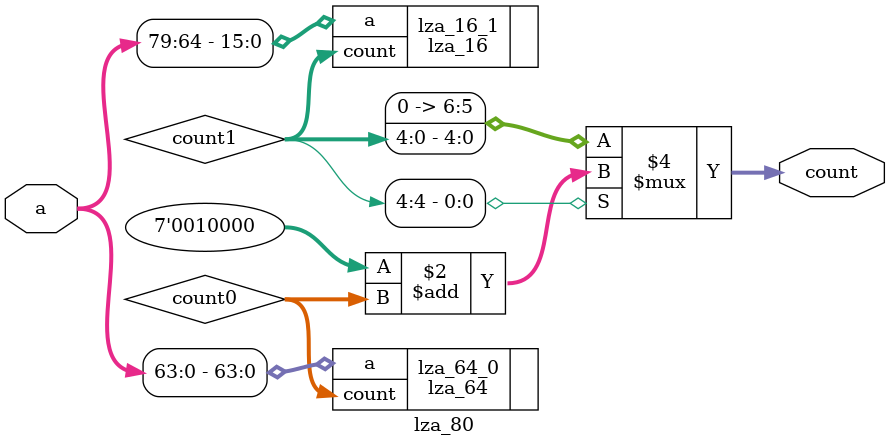
<source format=v>
module  lza_80 (
                a,
                count
                );
input   [79:0]  a;
output  [6:0]   count;
reg     [6:0]   count;

wire    [4:0]   count1;
wire    [6:0]   count0;


//instance lza_32
lza_16 lza_16_1 (
                  .a ( a[79:64]),
                  .count( count1)
                  );
//instance lza_32
lza_64 lza_64_0 (
                  .a ( a[63:0]),
                  .count( count0)
                  );


always @ ( * )
begin
    if ( count1[4] )//leading 16 bits are all zero
    begin
        count = 7'd16 + count0;
    end
    else
    begin
        count = {2'b00, count1};
    end
end
endmodule   
    
    
    
    
    
    
    
    
    
    
    
    
    
    
    
    
    
    
    

</source>
